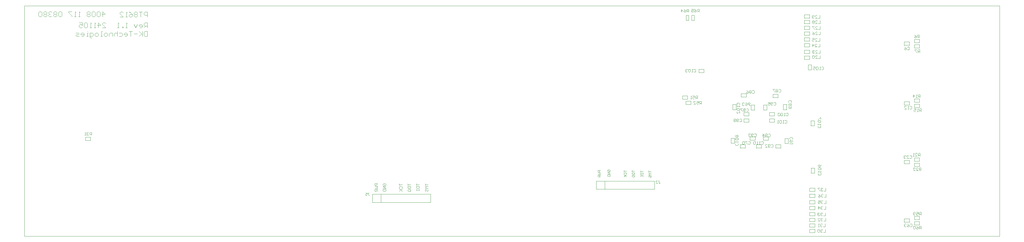
<source format=gbo>
*%FSLAX23Y23*%
*%MOIN*%
G01*
D11*
X4162Y5727D02*
X15879D01*
Y8502D02*
X4162D01*
Y5727D01*
X15879D02*
Y8502D01*
D13*
X8406Y6361D02*
X8371D01*
Y6343D01*
X8377Y6338D01*
X8389D01*
X8395Y6343D01*
Y6361D01*
X8406Y6326D02*
X8371D01*
X8395Y6314D02*
X8406Y6326D01*
X8395Y6314D02*
X8406Y6303D01*
X8371D01*
Y6291D02*
X8406D01*
X8371D02*
Y6273D01*
X8377Y6268D01*
X8389D01*
X8395Y6273D01*
Y6291D01*
Y6279D02*
X8406Y6268D01*
X8476Y6338D02*
X8470Y6343D01*
Y6355D01*
X8476Y6361D01*
X8499D01*
X8505Y6355D01*
Y6343D01*
X8499Y6338D01*
X8487D01*
Y6349D01*
X8505Y6326D02*
X8470D01*
X8505Y6303D01*
X8470D01*
Y6291D02*
X8505D01*
Y6273D01*
X8499Y6268D01*
X8476D01*
X8470Y6273D01*
Y6291D01*
X8667Y6338D02*
Y6361D01*
Y6349D02*
Y6338D01*
Y6349D02*
X8702D01*
X8667Y6308D02*
X8673Y6303D01*
X8667Y6308D02*
Y6320D01*
X8673Y6326D01*
X8696D01*
X8702Y6320D01*
Y6308D01*
X8696Y6303D01*
X8702Y6291D02*
X8667D01*
X8690D02*
X8702D01*
X8690D02*
X8667Y6268D01*
X8684Y6285D01*
X8702Y6268D01*
X8769Y6338D02*
Y6361D01*
Y6349D02*
Y6338D01*
Y6349D02*
X8804D01*
Y6326D02*
X8769D01*
X8804D02*
Y6308D01*
X8798Y6303D01*
X8775D01*
X8769Y6308D01*
Y6326D01*
Y6285D02*
Y6273D01*
Y6285D02*
X8775Y6291D01*
X8798D01*
X8804Y6285D01*
Y6273D01*
X8798Y6268D01*
X8775D01*
X8769Y6273D01*
X8978Y6338D02*
Y6361D01*
Y6349D02*
Y6338D01*
Y6349D02*
X9013D01*
Y6326D02*
X8978D01*
X8989Y6314D01*
X8978Y6303D01*
X9013D01*
X8984Y6268D02*
X8978Y6273D01*
Y6285D01*
X8984Y6291D01*
X8989D01*
X8995Y6285D01*
Y6273D01*
X9001Y6268D01*
X9007D01*
X9013Y6273D01*
Y6285D01*
X9007Y6291D01*
X8871Y6338D02*
Y6361D01*
Y6349D02*
Y6338D01*
Y6349D02*
X8906D01*
Y6326D02*
X8871D01*
X8906D02*
Y6308D01*
X8901Y6303D01*
X8877D01*
X8871Y6308D01*
Y6326D01*
Y6291D02*
Y6279D01*
Y6285D01*
X8906D01*
Y6291D01*
Y6279D01*
X14771Y8000D02*
X14777Y8006D01*
X14788D01*
X14794Y8000D01*
Y7977D01*
X14788Y7971D01*
X14777D01*
X14771Y7977D01*
X14747Y8000D02*
X14736Y8006D01*
X14747Y8000D02*
X14759Y7988D01*
Y7977D01*
X14753Y7971D01*
X14742D01*
X14736Y7977D01*
Y7983D01*
X14742Y7988D01*
X14759D01*
X14918Y7973D02*
Y7938D01*
Y7973D02*
X14901D01*
X14895Y7967D01*
Y7955D01*
X14901Y7950D01*
X14918D01*
X14906D02*
X14895Y7938D01*
X14883Y7973D02*
X14860D01*
Y7967D01*
X14883Y7944D01*
Y7938D01*
X14914Y8116D02*
Y8151D01*
X14897D01*
X14891Y8145D01*
Y8133D01*
X14897Y8128D01*
X14914D01*
X14902D02*
X14891Y8116D01*
X14867Y8145D02*
X14856Y8151D01*
X14867Y8145D02*
X14879Y8133D01*
Y8122D01*
X14873Y8116D01*
X14862D01*
X14856Y8122D01*
Y8128D01*
X14862Y8133D01*
X14879D01*
X14924Y7432D02*
Y7397D01*
Y7432D02*
X14907D01*
X14901Y7426D01*
Y7414D01*
X14907Y7409D01*
X14924D01*
X14912D02*
X14901Y7397D01*
X14889D02*
X14877D01*
X14883D01*
Y7432D01*
X14884D01*
X14883D02*
X14889Y7426D01*
X14842Y7432D02*
Y7397D01*
X14860Y7414D02*
X14842Y7432D01*
X14837Y7414D02*
X14860D01*
X14937Y7263D02*
Y7228D01*
Y7263D02*
X14920D01*
X14914Y7257D01*
Y7245D01*
X14920Y7240D01*
X14937D01*
X14925D02*
X14914Y7228D01*
X14902D02*
X14890D01*
X14896D01*
Y7263D01*
X14897D01*
X14896D02*
X14902Y7257D01*
X14873Y7263D02*
X14850D01*
X14873D02*
Y7245D01*
X14861Y7251D01*
X14855D01*
X14850Y7245D01*
Y7234D01*
X14855Y7228D01*
X14867D01*
X14873Y7234D01*
X14805Y7293D02*
X14799Y7287D01*
X14805Y7293D02*
X14816D01*
X14822Y7287D01*
Y7264D01*
X14816Y7258D01*
X14805D01*
X14799Y7264D01*
X14787Y7258D02*
X14775D01*
X14781D01*
Y7293D01*
X14782D01*
X14781D02*
X14787Y7287D01*
X14758Y7258D02*
X14735D01*
X14758D02*
X14735Y7281D01*
Y7287D01*
X14740Y7293D01*
X14752D01*
X14758Y7287D01*
X14809Y5876D02*
X14803Y5870D01*
X14809Y5876D02*
X14820D01*
X14826Y5870D01*
Y5847D01*
X14820Y5841D01*
X14809D01*
X14803Y5847D01*
X14779Y5870D02*
X14768Y5876D01*
X14779Y5870D02*
X14791Y5858D01*
Y5847D01*
X14785Y5841D01*
X14774D01*
X14768Y5847D01*
Y5853D01*
X14774Y5858D01*
X14791D01*
X14756Y5870D02*
X14750Y5876D01*
X14739D01*
X14733Y5870D01*
Y5864D01*
X14734D01*
X14733D02*
X14734D01*
X14733D02*
X14734D01*
X14733D02*
X14739Y5858D01*
X14744D01*
X14739D01*
X14733Y5853D01*
Y5847D01*
X14739Y5841D01*
X14750D01*
X14756Y5847D01*
X14936Y5849D02*
Y5814D01*
Y5849D02*
X14919D01*
X14913Y5843D01*
Y5831D01*
X14919Y5826D01*
X14936D01*
X14924D02*
X14913Y5814D01*
X14889Y5843D02*
X14878Y5849D01*
X14889Y5843D02*
X14901Y5831D01*
Y5820D01*
X14895Y5814D01*
X14884D01*
X14878Y5820D01*
Y5826D01*
X14884Y5831D01*
X14901D01*
X14866Y5843D02*
X14860Y5849D01*
X14849D01*
X14843Y5843D01*
Y5820D01*
X14849Y5814D01*
X14860D01*
X14866Y5820D01*
Y5843D01*
X14936Y5982D02*
Y6017D01*
X14919D01*
X14913Y6011D01*
Y5999D01*
X14919Y5994D01*
X14936D01*
X14924D02*
X14913Y5982D01*
X14901Y6017D02*
X14878D01*
X14901D02*
Y5999D01*
X14889Y6005D01*
X14884D01*
X14878Y5999D01*
Y5988D01*
X14884Y5982D01*
X14895D01*
X14901Y5988D01*
X14866D02*
X14860Y5982D01*
X14849D01*
X14843Y5988D01*
Y6011D01*
X14849Y6017D01*
X14860D01*
X14866Y6011D01*
Y6005D01*
X14860Y5999D01*
X14843D01*
X14798Y6693D02*
X14804Y6699D01*
X14815D01*
X14821Y6693D01*
Y6670D01*
X14815Y6664D01*
X14804D01*
X14798Y6670D01*
X14786Y6664D02*
X14763D01*
X14786D02*
X14763Y6687D01*
Y6693D01*
X14769Y6699D01*
X14780D01*
X14786Y6693D01*
X14751D02*
X14745Y6699D01*
X14734D01*
X14728Y6693D01*
Y6687D01*
X14729D01*
X14728D02*
X14729D01*
X14728D02*
X14729D01*
X14728D02*
X14734Y6681D01*
X14739D01*
X14734D01*
X14728Y6676D01*
Y6670D01*
X14734Y6664D01*
X14745D01*
X14751Y6670D01*
X14934Y6551D02*
Y6516D01*
Y6551D02*
X14917D01*
X14911Y6545D01*
Y6533D01*
X14917Y6528D01*
X14934D01*
X14922D02*
X14911Y6516D01*
X14899D02*
X14876D01*
X14899D02*
X14876Y6539D01*
Y6545D01*
X14882Y6551D01*
X14893D01*
X14899Y6545D01*
X14864Y6516D02*
X14841D01*
X14864D02*
X14841Y6539D01*
Y6545D01*
X14847Y6551D01*
X14858D01*
X14864Y6545D01*
X14922Y6692D02*
Y6727D01*
X14905D01*
X14899Y6721D01*
Y6709D01*
X14905Y6704D01*
X14922D01*
X14910D02*
X14899Y6692D01*
X14887D02*
X14864D01*
X14887D02*
X14864Y6715D01*
Y6721D01*
X14870Y6727D01*
X14881D01*
X14887Y6721D01*
X14852Y6692D02*
X14840D01*
X14846D01*
Y6727D01*
X14847D01*
X14846D02*
X14852Y6721D01*
X13720Y8351D02*
Y8386D01*
Y8351D02*
X13697D01*
X13685D02*
X13662D01*
X13685D02*
X13662Y8374D01*
Y8380D01*
X13668Y8386D01*
X13679D01*
X13685Y8380D01*
X13650Y8357D02*
X13644Y8351D01*
X13633D01*
X13627Y8357D01*
Y8380D01*
X13633Y8386D01*
X13644D01*
X13650Y8380D01*
Y8374D01*
X13644Y8368D01*
X13627D01*
X13722Y8324D02*
Y8289D01*
X13699D01*
X13687D02*
X13664D01*
X13687D02*
X13664Y8312D01*
Y8318D01*
X13670Y8324D01*
X13681D01*
X13687Y8318D01*
X13652D02*
X13646Y8324D01*
X13635D01*
X13629Y8318D01*
Y8312D01*
X13635Y8306D01*
X13629Y8301D01*
Y8295D01*
X13635Y8289D01*
X13646D01*
X13652Y8295D01*
Y8301D01*
X13646Y8306D01*
X13652Y8312D01*
Y8318D01*
X13646Y8306D02*
X13635D01*
X13723Y8253D02*
Y8218D01*
X13700D01*
X13688D02*
X13665D01*
X13688D02*
X13665Y8241D01*
Y8247D01*
X13671Y8253D01*
X13682D01*
X13688Y8247D01*
X13653Y8253D02*
X13630D01*
Y8247D01*
X13653Y8224D01*
Y8218D01*
X13724Y8188D02*
Y8153D01*
X13701D01*
X13689D02*
X13666D01*
X13689D02*
X13666Y8176D01*
Y8182D01*
X13672Y8188D01*
X13683D01*
X13689Y8182D01*
X13642D02*
X13631Y8188D01*
X13642Y8182D02*
X13654Y8170D01*
Y8159D01*
X13648Y8153D01*
X13637D01*
X13631Y8159D01*
Y8165D01*
X13637Y8170D01*
X13654D01*
X13718Y8041D02*
Y8006D01*
X13695D01*
X13683D02*
X13660D01*
X13683D02*
X13660Y8029D01*
Y8035D01*
X13666Y8041D01*
X13677D01*
X13683Y8035D01*
X13631Y8041D02*
Y8006D01*
X13648Y8023D02*
X13631Y8041D01*
X13625Y8023D02*
X13648D01*
X13720Y8075D02*
Y8110D01*
Y8075D02*
X13697D01*
X13685D02*
X13662D01*
X13685D02*
X13662Y8098D01*
Y8104D01*
X13668Y8110D01*
X13679D01*
X13685Y8104D01*
X13650Y8110D02*
X13627D01*
X13650D02*
Y8092D01*
X13638Y8098D01*
X13633D01*
X13627Y8092D01*
Y8081D01*
X13633Y8075D01*
X13644D01*
X13650Y8081D01*
X13724Y7965D02*
Y7930D01*
X13701D01*
X13689D02*
X13666D01*
X13689D02*
X13666Y7953D01*
Y7959D01*
X13672Y7965D01*
X13683D01*
X13689Y7959D01*
X13654D02*
X13648Y7965D01*
X13637D01*
X13631Y7959D01*
Y7953D01*
X13632D01*
X13631D02*
X13632D01*
X13631D02*
X13632D01*
X13631D02*
X13637Y7947D01*
X13642D01*
X13637D01*
X13631Y7942D01*
Y7936D01*
X13637Y7930D01*
X13648D01*
X13654Y7936D01*
X13723Y7902D02*
Y7867D01*
X13700D01*
X13688D02*
X13665D01*
X13688D02*
X13665Y7890D01*
Y7896D01*
X13671Y7902D01*
X13682D01*
X13688Y7896D01*
X13653D02*
X13647Y7902D01*
X13636D01*
X13630Y7896D01*
Y7873D01*
X13636Y7867D01*
X13647D01*
X13653Y7873D01*
Y7896D01*
X13105Y6960D02*
X13099Y6954D01*
X13105Y6960D02*
X13116D01*
X13122Y6954D01*
Y6931D01*
X13116Y6925D01*
X13105D01*
X13099Y6931D01*
X13087D02*
X13081Y6925D01*
X13070D01*
X13064Y6931D01*
Y6954D01*
X13070Y6960D01*
X13081D01*
X13087Y6954D01*
Y6948D01*
X13081Y6942D01*
X13064D01*
X13035Y6925D02*
Y6960D01*
X13052Y6942D01*
X13029D01*
X13165Y7333D02*
X13171Y7339D01*
X13182D01*
X13188Y7333D01*
Y7310D01*
X13182Y7304D01*
X13171D01*
X13165Y7310D01*
X13153D02*
X13147Y7304D01*
X13136D01*
X13130Y7310D01*
Y7333D01*
X13136Y7339D01*
X13147D01*
X13153Y7333D01*
Y7327D01*
X13147Y7321D01*
X13130D01*
X13118Y7339D02*
X13095D01*
X13118D02*
Y7321D01*
X13106Y7327D01*
X13101D01*
X13095Y7321D01*
Y7310D01*
X13101Y7304D01*
X13112D01*
X13118Y7310D01*
X13314Y7205D02*
X13320Y7211D01*
X13331D01*
X13337Y7205D01*
Y7182D01*
X13331Y7176D01*
X13320D01*
X13314Y7182D01*
X13302Y7176D02*
X13290D01*
X13296D01*
Y7211D01*
X13297D01*
X13296D02*
X13302Y7205D01*
X13273D02*
X13267Y7211D01*
X13255D01*
X13250Y7205D01*
Y7182D01*
X13255Y7176D01*
X13267D01*
X13273Y7182D01*
Y7205D01*
X13238D02*
X13232Y7211D01*
X13220D01*
X13215Y7205D01*
Y7182D01*
X13220Y7176D01*
X13232D01*
X13238Y7182D01*
Y7205D01*
X13304Y7124D02*
X13298Y7118D01*
X13304Y7124D02*
X13315D01*
X13321Y7118D01*
Y7095D01*
X13315Y7089D01*
X13304D01*
X13298Y7095D01*
X13286Y7089D02*
X13274D01*
X13280D01*
Y7124D01*
X13281D01*
X13280D02*
X13286Y7118D01*
X13257D02*
X13251Y7124D01*
X13239D01*
X13234Y7118D01*
Y7095D01*
X13239Y7089D01*
X13251D01*
X13257Y7095D01*
Y7118D01*
X13222Y7089D02*
X13210D01*
X13216D01*
Y7124D01*
X13217D01*
X13216D02*
X13222Y7118D01*
X13725Y7057D02*
X13730Y7052D01*
Y7040D01*
X13725Y7034D01*
X13701D01*
X13695Y7040D01*
Y7052D01*
X13701Y7057D01*
X13695Y7069D02*
Y7081D01*
Y7075D01*
X13730D01*
X13731D01*
X13730D02*
X13725Y7069D01*
Y7098D02*
X13730Y7104D01*
Y7116D01*
X13725Y7122D01*
X13701D01*
X13695Y7116D01*
Y7104D01*
X13701Y7098D01*
X13725D01*
X13730Y7133D02*
Y7157D01*
X13725D01*
X13701Y7133D01*
X13695D01*
X13739Y7760D02*
X13745Y7766D01*
X13756D01*
X13762Y7760D01*
Y7737D01*
X13756Y7731D01*
X13745D01*
X13739Y7737D01*
X13727Y7731D02*
X13715D01*
X13721D01*
Y7766D01*
X13722D01*
X13721D02*
X13727Y7760D01*
X13698D02*
X13692Y7766D01*
X13680D01*
X13675Y7760D01*
Y7737D01*
X13680Y7731D01*
X13692D01*
X13698Y7737D01*
Y7760D01*
X13663Y7766D02*
X13640D01*
X13663D02*
Y7748D01*
X13651Y7754D01*
X13645D01*
X13640Y7748D01*
Y7737D01*
X13645Y7731D01*
X13657D01*
X13663Y7737D01*
X13356Y6901D02*
X13362Y6895D01*
X13356Y6901D02*
Y6912D01*
X13362Y6918D01*
X13385D01*
X13391Y6912D01*
Y6901D01*
X13385Y6895D01*
Y6883D02*
X13391Y6877D01*
Y6866D01*
X13385Y6860D01*
X13362D01*
X13356Y6866D01*
Y6877D01*
X13362Y6883D01*
X13368D01*
X13374Y6877D01*
Y6860D01*
X13391Y6848D02*
Y6836D01*
Y6842D01*
X13356D01*
X13357D01*
X13356D02*
X13362Y6848D01*
X13225Y7491D02*
X13231Y7497D01*
X13242D01*
X13248Y7491D01*
Y7468D01*
X13242Y7462D01*
X13231D01*
X13225Y7468D01*
X13213Y7491D02*
X13207Y7497D01*
X13196D01*
X13190Y7491D01*
Y7485D01*
X13196Y7479D01*
X13190Y7474D01*
Y7468D01*
X13196Y7462D01*
X13207D01*
X13213Y7468D01*
Y7474D01*
X13207Y7479D01*
X13213Y7485D01*
Y7491D01*
X13207Y7479D02*
X13196D01*
X13178Y7497D02*
X13155D01*
Y7491D01*
X13178Y7468D01*
Y7462D01*
X13342Y7343D02*
X13348Y7337D01*
X13342Y7343D02*
Y7354D01*
X13348Y7360D01*
X13371D01*
X13377Y7354D01*
Y7343D01*
X13371Y7337D01*
X13348Y7325D02*
X13342Y7319D01*
Y7308D01*
X13348Y7302D01*
X13354D01*
X13360Y7308D01*
X13365Y7302D01*
X13371D01*
X13377Y7308D01*
Y7319D01*
X13371Y7325D01*
X13365D01*
X13360Y7319D01*
X13354Y7325D01*
X13348D01*
X13360Y7319D02*
Y7308D01*
X13371Y7290D02*
X13377Y7284D01*
Y7273D01*
X13371Y7267D01*
X13348D01*
X13342Y7273D01*
Y7284D01*
X13348Y7290D01*
X13354D01*
X13360Y7284D01*
Y7267D01*
X13786Y5809D02*
Y5774D01*
X13763D01*
X13751Y5803D02*
X13745Y5809D01*
X13734D01*
X13728Y5803D01*
Y5797D01*
X13729D01*
X13728D02*
X13729D01*
X13728D02*
X13729D01*
X13728D02*
X13734Y5791D01*
X13739D01*
X13734D01*
X13728Y5786D01*
Y5780D01*
X13734Y5774D01*
X13745D01*
X13751Y5780D01*
X13716Y5803D02*
X13710Y5809D01*
X13699D01*
X13693Y5803D01*
Y5780D01*
X13699Y5774D01*
X13710D01*
X13716Y5780D01*
Y5803D01*
X13783Y5842D02*
Y5877D01*
Y5842D02*
X13760D01*
X13748Y5871D02*
X13742Y5877D01*
X13731D01*
X13725Y5871D01*
Y5865D01*
X13726D01*
X13725D02*
X13726D01*
X13725D02*
X13726D01*
X13725D02*
X13731Y5859D01*
X13736D01*
X13731D01*
X13725Y5854D01*
Y5848D01*
X13731Y5842D01*
X13742D01*
X13748Y5848D01*
X13713Y5842D02*
X13701D01*
X13707D01*
Y5877D01*
X13708D01*
X13707D02*
X13713Y5871D01*
X13788Y5910D02*
Y5945D01*
Y5910D02*
X13765D01*
X13753Y5939D02*
X13747Y5945D01*
X13736D01*
X13730Y5939D01*
Y5933D01*
X13731D01*
X13730D02*
X13731D01*
X13730D02*
X13731D01*
X13730D02*
X13736Y5927D01*
X13741D01*
X13736D01*
X13730Y5922D01*
Y5916D01*
X13736Y5910D01*
X13747D01*
X13753Y5916D01*
X13718Y5910D02*
X13695D01*
X13718D02*
X13695Y5933D01*
Y5939D01*
X13701Y5945D01*
X13712D01*
X13718Y5939D01*
X13787Y5974D02*
Y6009D01*
Y5974D02*
X13764D01*
X13752Y6003D02*
X13746Y6009D01*
X13735D01*
X13729Y6003D01*
Y5997D01*
X13730D01*
X13729D02*
X13730D01*
X13729D02*
X13730D01*
X13729D02*
X13735Y5991D01*
X13740D01*
X13735D01*
X13729Y5986D01*
Y5980D01*
X13735Y5974D01*
X13746D01*
X13752Y5980D01*
X13717Y6003D02*
X13711Y6009D01*
X13700D01*
X13694Y6003D01*
Y5997D01*
X13695D01*
X13694D02*
X13695D01*
X13694D02*
X13695D01*
X13694D02*
X13700Y5991D01*
X13705D01*
X13700D01*
X13694Y5986D01*
Y5980D01*
X13700Y5974D01*
X13711D01*
X13717Y5980D01*
X13788Y6051D02*
Y6086D01*
Y6051D02*
X13765D01*
X13753Y6080D02*
X13747Y6086D01*
X13736D01*
X13730Y6080D01*
Y6074D01*
X13731D01*
X13730D02*
X13731D01*
X13730D02*
X13731D01*
X13730D02*
X13736Y6068D01*
X13741D01*
X13736D01*
X13730Y6063D01*
Y6057D01*
X13736Y6051D01*
X13747D01*
X13753Y6057D01*
X13701Y6051D02*
Y6086D01*
X13718Y6068D01*
X13695D01*
X13791Y6121D02*
Y6156D01*
Y6121D02*
X13768D01*
X13756Y6150D02*
X13750Y6156D01*
X13739D01*
X13733Y6150D01*
Y6144D01*
X13734D01*
X13733D02*
X13734D01*
X13733D02*
X13734D01*
X13733D02*
X13739Y6138D01*
X13744D01*
X13739D01*
X13733Y6133D01*
Y6127D01*
X13739Y6121D01*
X13750D01*
X13756Y6127D01*
X13721Y6156D02*
X13698D01*
X13721D02*
Y6138D01*
X13709Y6144D01*
X13704D01*
X13698Y6138D01*
Y6127D01*
X13704Y6121D01*
X13715D01*
X13721Y6127D01*
X13794Y6198D02*
Y6233D01*
Y6198D02*
X13771D01*
X13759Y6227D02*
X13753Y6233D01*
X13742D01*
X13736Y6227D01*
Y6221D01*
X13737D01*
X13736D02*
X13737D01*
X13736D02*
X13737D01*
X13736D02*
X13742Y6215D01*
X13747D01*
X13742D01*
X13736Y6210D01*
Y6204D01*
X13742Y6198D01*
X13753D01*
X13759Y6204D01*
X13712Y6227D02*
X13701Y6233D01*
X13712Y6227D02*
X13724Y6215D01*
Y6204D01*
X13718Y6198D01*
X13707D01*
X13701Y6204D01*
Y6210D01*
X13707Y6215D01*
X13724D01*
X13789Y6271D02*
Y6306D01*
Y6271D02*
X13766D01*
X13754Y6300D02*
X13748Y6306D01*
X13737D01*
X13731Y6300D01*
Y6294D01*
X13732D01*
X13731D02*
X13732D01*
X13731D02*
X13732D01*
X13731D02*
X13737Y6288D01*
X13742D01*
X13737D01*
X13731Y6283D01*
Y6277D01*
X13737Y6271D01*
X13748D01*
X13754Y6277D01*
X13719Y6306D02*
X13696D01*
Y6300D01*
X13719Y6277D01*
Y6271D01*
X13734Y6481D02*
X13729Y6487D01*
X13734Y6481D02*
Y6469D01*
X13729Y6463D01*
X13705D01*
X13699Y6469D01*
Y6481D01*
X13705Y6487D01*
X13699Y6498D02*
Y6510D01*
Y6504D01*
X13734D01*
X13735D01*
X13734D02*
X13729Y6498D01*
Y6527D02*
X13734Y6533D01*
Y6545D01*
X13729Y6551D01*
X13705D01*
X13699Y6545D01*
Y6533D01*
X13705Y6527D01*
X13729D01*
Y6574D02*
X13734Y6586D01*
X13729Y6574D02*
X13717Y6562D01*
X13705D01*
X13699Y6568D01*
Y6580D01*
X13705Y6586D01*
X13711D01*
X13717Y6580D01*
Y6562D01*
X13139Y6833D02*
X13133Y6827D01*
X13139Y6833D02*
X13150D01*
X13156Y6827D01*
Y6804D01*
X13150Y6798D01*
X13139D01*
X13133Y6804D01*
X13121D02*
X13115Y6798D01*
X13104D01*
X13098Y6804D01*
Y6827D01*
X13104Y6833D01*
X13115D01*
X13121Y6827D01*
Y6821D01*
X13115Y6815D01*
X13098D01*
X13086Y6798D02*
X13063D01*
X13086D02*
X13063Y6821D01*
Y6827D01*
X13069Y6833D01*
X13080D01*
X13086Y6827D01*
X12268Y8426D02*
Y8461D01*
X12251D01*
X12245Y8455D01*
Y8443D01*
X12251Y8438D01*
X12268D01*
X12256D02*
X12245Y8426D01*
X12221Y8455D02*
X12210Y8461D01*
X12221Y8455D02*
X12233Y8443D01*
Y8432D01*
X12227Y8426D01*
X12216D01*
X12210Y8432D01*
Y8438D01*
X12216Y8443D01*
X12233D01*
X12198Y8461D02*
X12175D01*
X12198D02*
Y8443D01*
X12186Y8449D01*
X12181D01*
X12175Y8443D01*
Y8432D01*
X12181Y8426D01*
X12192D01*
X12198Y8432D01*
X12143Y8424D02*
Y8459D01*
X12126D01*
X12120Y8453D01*
Y8441D01*
X12126Y8436D01*
X12143D01*
X12131D02*
X12120Y8424D01*
X12096Y8453D02*
X12085Y8459D01*
X12096Y8453D02*
X12108Y8441D01*
Y8430D01*
X12102Y8424D01*
X12091D01*
X12085Y8430D01*
Y8436D01*
X12091Y8441D01*
X12108D01*
X12056Y8424D02*
Y8459D01*
X12073Y8441D01*
X12050D01*
X12297Y7352D02*
Y7317D01*
Y7352D02*
X12280D01*
X12274Y7346D01*
Y7334D01*
X12280Y7329D01*
X12297D01*
X12285D02*
X12274Y7317D01*
X12262Y7352D02*
X12239D01*
X12262D02*
Y7334D01*
X12250Y7340D01*
X12245D01*
X12239Y7334D01*
Y7323D01*
X12245Y7317D01*
X12256D01*
X12262Y7323D01*
X12227Y7317D02*
X12204D01*
X12227D02*
X12204Y7340D01*
Y7346D01*
X12210Y7352D01*
X12221D01*
X12227Y7346D01*
X12248Y7381D02*
Y7416D01*
X12231D01*
X12225Y7410D01*
Y7398D01*
X12231Y7393D01*
X12248D01*
X12236D02*
X12225Y7381D01*
X12213Y7416D02*
X12190D01*
X12213D02*
Y7398D01*
X12201Y7404D01*
X12196D01*
X12190Y7398D01*
Y7387D01*
X12196Y7381D01*
X12207D01*
X12213Y7387D01*
X12178Y7381D02*
X12166D01*
X12172D01*
Y7416D01*
X12173D01*
X12172D02*
X12178Y7410D01*
X12908Y7477D02*
X12914Y7483D01*
X12925D01*
X12931Y7477D01*
Y7454D01*
X12925Y7448D01*
X12914D01*
X12908Y7454D01*
X12896Y7477D02*
X12890Y7483D01*
X12879D01*
X12873Y7477D01*
Y7471D01*
X12879Y7465D01*
X12873Y7460D01*
Y7454D01*
X12879Y7448D01*
X12890D01*
X12896Y7454D01*
Y7460D01*
X12890Y7465D01*
X12896Y7471D01*
Y7477D01*
X12890Y7465D02*
X12879D01*
X12849Y7477D02*
X12838Y7483D01*
X12849Y7477D02*
X12861Y7465D01*
Y7454D01*
X12855Y7448D01*
X12844D01*
X12838Y7454D01*
Y7460D01*
X12844Y7465D01*
X12861D01*
X12811Y7306D02*
X12805Y7300D01*
X12794D01*
X12788Y7306D01*
Y7329D01*
X12794Y7335D01*
X12805D01*
X12811Y7329D01*
X12823D02*
X12829Y7335D01*
X12840D01*
X12846Y7329D01*
Y7306D01*
X12840Y7300D01*
X12829D01*
X12823Y7306D01*
Y7312D01*
X12829Y7318D01*
X12846D01*
X12870Y7306D02*
X12881Y7300D01*
X12870Y7306D02*
X12858Y7318D01*
Y7329D01*
X12864Y7335D01*
X12875D01*
X12881Y7329D01*
Y7323D01*
X12875Y7318D01*
X12858D01*
X12842Y7265D02*
X12836Y7259D01*
X12842Y7265D02*
X12853D01*
X12859Y7259D01*
Y7236D01*
X12853Y7230D01*
X12842D01*
X12836Y7236D01*
X12824D02*
X12818Y7230D01*
X12807D01*
X12801Y7236D01*
Y7259D01*
X12807Y7265D01*
X12818D01*
X12824Y7259D01*
Y7253D01*
X12818Y7247D01*
X12801D01*
X12789Y7265D02*
X12766D01*
Y7259D01*
X12789Y7236D01*
Y7230D01*
X12761Y7141D02*
X12755Y7135D01*
X12761Y7141D02*
X12772D01*
X12778Y7135D01*
Y7112D01*
X12772Y7106D01*
X12761D01*
X12755Y7112D01*
X12743D02*
X12737Y7106D01*
X12726D01*
X12720Y7112D01*
Y7135D01*
X12726Y7141D01*
X12737D01*
X12743Y7135D01*
Y7129D01*
X12737Y7123D01*
X12720D01*
X12708Y7112D02*
X12702Y7106D01*
X12691D01*
X12685Y7112D01*
Y7135D01*
X12691Y7141D01*
X12702D01*
X12708Y7135D01*
Y7129D01*
X12702Y7123D01*
X12685D01*
X12727Y7308D02*
X12721Y7314D01*
Y7325D01*
X12727Y7331D01*
X12750D01*
X12756Y7325D01*
Y7314D01*
X12750Y7308D01*
X12756Y7296D02*
Y7284D01*
Y7290D01*
X12721D01*
X12722D01*
X12721D02*
X12727Y7296D01*
Y7267D02*
X12721Y7261D01*
Y7249D01*
X12727Y7244D01*
X12750D01*
X12756Y7249D01*
Y7261D01*
X12750Y7267D01*
X12727D01*
X12756Y7232D02*
Y7209D01*
Y7232D02*
X12733Y7209D01*
X12727D01*
X12721Y7214D01*
Y7226D01*
X12727Y7232D01*
X12938Y6962D02*
X12932Y6956D01*
X12938Y6962D02*
X12949D01*
X12955Y6956D01*
Y6933D01*
X12949Y6927D01*
X12938D01*
X12932Y6933D01*
X12920D02*
X12914Y6927D01*
X12903D01*
X12897Y6933D01*
Y6956D01*
X12903Y6962D01*
X12914D01*
X12920Y6956D01*
Y6950D01*
X12914Y6944D01*
X12897D01*
X12885Y6956D02*
X12879Y6962D01*
X12868D01*
X12862Y6956D01*
Y6950D01*
X12863D01*
X12862D02*
X12863D01*
X12862D02*
X12863D01*
X12862D02*
X12868Y6944D01*
X12873D01*
X12868D01*
X12862Y6939D01*
Y6933D01*
X12868Y6927D01*
X12879D01*
X12885Y6933D01*
X12204Y7733D02*
X12210Y7739D01*
X12221D01*
X12227Y7733D01*
Y7710D01*
X12221Y7704D01*
X12210D01*
X12204Y7710D01*
X12192Y7704D02*
X12180D01*
X12186D01*
Y7739D01*
X12187D01*
X12186D02*
X12192Y7733D01*
X12163D02*
X12157Y7739D01*
X12145D01*
X12140Y7733D01*
Y7710D01*
X12145Y7704D01*
X12157D01*
X12163Y7710D01*
Y7733D01*
X12128D02*
X12122Y7739D01*
X12110D01*
X12105Y7733D01*
Y7727D01*
X12106D01*
X12105D02*
X12106D01*
X12105D02*
X12106D01*
X12105D02*
X12110Y7721D01*
X12116D01*
X12110D01*
X12105Y7716D01*
Y7710D01*
X12110Y7704D01*
X12122D01*
X12128Y7710D01*
X12733Y6845D02*
X12739Y6839D01*
Y6828D01*
X12733Y6822D01*
X12710D01*
X12704Y6828D01*
Y6839D01*
X12710Y6845D01*
X12704Y6857D02*
Y6869D01*
Y6863D01*
X12739D01*
X12740D01*
X12739D02*
X12733Y6857D01*
Y6886D02*
X12739Y6892D01*
Y6904D01*
X12733Y6909D01*
X12710D01*
X12704Y6904D01*
Y6892D01*
X12710Y6886D01*
X12733D01*
Y6921D02*
X12739Y6927D01*
Y6939D01*
X12733Y6944D01*
X12727D01*
X12721Y6939D01*
X12716Y6944D01*
X12710D01*
X12704Y6939D01*
Y6927D01*
X12710Y6921D01*
X12716D01*
X12721Y6927D01*
X12727Y6921D01*
X12733D01*
X12721Y6927D02*
Y6939D01*
X12858Y6863D02*
X12864Y6869D01*
X12875D01*
X12881Y6863D01*
Y6840D01*
X12875Y6834D01*
X12864D01*
X12858Y6840D01*
X12846Y6869D02*
X12823D01*
Y6863D01*
X12846Y6840D01*
Y6834D01*
X12811Y6863D02*
X12805Y6869D01*
X12794D01*
X12788Y6863D01*
Y6840D01*
X12794Y6834D01*
X12805D01*
X12811Y6840D01*
Y6863D01*
X13015D02*
X13021Y6869D01*
X13032D01*
X13038Y6863D01*
Y6840D01*
X13032Y6834D01*
X13021D01*
X13015Y6840D01*
X13003Y6834D02*
X12991D01*
X12997D01*
Y6869D01*
X12998D01*
X12997D02*
X13003Y6863D01*
X12974Y6834D02*
X12962D01*
X12968D01*
Y6869D01*
X12969D01*
X12968D02*
X12974Y6863D01*
X12945D02*
X12939Y6869D01*
X12927D01*
X12921Y6863D01*
Y6840D01*
X12927Y6834D01*
X12939D01*
X12945Y6840D01*
Y6863D01*
X4968Y6943D02*
Y6978D01*
X4951D01*
X4945Y6972D01*
Y6960D01*
X4951Y6955D01*
X4968D01*
X4956D02*
X4945Y6943D01*
X4933Y6972D02*
X4927Y6978D01*
X4916D01*
X4910Y6972D01*
Y6966D01*
X4911D01*
X4910D02*
X4911D01*
X4910D02*
X4911D01*
X4910D02*
X4916Y6960D01*
X4921D01*
X4916D01*
X4910Y6955D01*
Y6949D01*
X4916Y6943D01*
X4927D01*
X4933Y6949D01*
X4898Y6943D02*
X4886D01*
X4892D01*
Y6978D01*
X4893D01*
X4892D02*
X4898Y6972D01*
D15*
X11032Y6392D02*
Y6294D01*
X11733D02*
Y6392D01*
X11135D02*
Y6294D01*
X9044Y6235D02*
Y6133D01*
X8343D02*
Y6235D01*
X8446Y6231D02*
Y6136D01*
X11032Y6294D02*
X11733D01*
Y6392D02*
X11032D01*
X9044Y6235D02*
X8343D01*
Y6133D02*
X9044D01*
X14734Y8025D02*
Y8065D01*
X14795D02*
Y8025D01*
X14795Y8066D02*
X14734D01*
Y8026D02*
X14795D01*
X14856Y8034D02*
Y7994D01*
X14917D02*
Y8034D01*
X14917Y8034D02*
X14856D01*
Y7994D02*
X14917D01*
X14856Y8057D02*
Y8097D01*
X14917D02*
Y8057D01*
X14917Y8097D02*
X14856D01*
Y8057D02*
X14917D01*
X14917Y7380D02*
Y7340D01*
X14856D02*
Y7380D01*
X14856Y7341D02*
X14917D01*
Y7381D02*
X14856D01*
X14917Y7317D02*
Y7277D01*
X14856D02*
Y7317D01*
X14856Y7278D02*
X14917D01*
Y7318D02*
X14856D01*
X14795Y7309D02*
Y7349D01*
X14734D02*
Y7309D01*
X14734Y7309D02*
X14795D01*
Y7349D02*
X14734D01*
X14734Y5935D02*
Y5895D01*
X14795D02*
Y5935D01*
X14795Y5936D02*
X14734D01*
Y5896D02*
X14795D01*
X14856Y5904D02*
Y5864D01*
X14917D02*
Y5904D01*
X14917Y5904D02*
X14856D01*
Y5864D02*
X14917D01*
X14856Y5927D02*
Y5967D01*
X14917D02*
Y5927D01*
X14917Y5967D02*
X14856D01*
Y5927D02*
X14917D01*
X14795Y6600D02*
Y6640D01*
X14734D02*
Y6600D01*
X14734Y6601D02*
X14795D01*
Y6641D02*
X14734D01*
X14917Y6609D02*
Y6569D01*
X14856D02*
Y6609D01*
X14856Y6569D02*
X14917D01*
Y6609D02*
X14856D01*
X14917Y6632D02*
Y6672D01*
X14856D02*
Y6632D01*
X14856Y6632D02*
X14917D01*
Y6672D02*
X14856D01*
X13534Y8352D02*
Y8392D01*
X13595D02*
Y8352D01*
X13595Y8393D02*
X13534D01*
Y8353D02*
X13595D01*
X13534Y8325D02*
Y8285D01*
X13595D02*
Y8325D01*
X13595Y8326D02*
X13534D01*
Y8286D02*
X13595D01*
X13534Y8258D02*
Y8218D01*
X13595D02*
Y8258D01*
X13595Y8259D02*
X13534D01*
Y8219D02*
X13595D01*
X13534Y8187D02*
Y8147D01*
X13595D02*
Y8187D01*
X13595Y8188D02*
X13534D01*
Y8148D02*
X13595D01*
X13534Y8046D02*
Y8006D01*
X13595D02*
Y8046D01*
X13595Y8046D02*
X13534D01*
Y8006D02*
X13595D01*
X13534Y8077D02*
Y8117D01*
X13595D02*
Y8077D01*
X13595Y8117D02*
X13534D01*
Y8077D02*
X13595D01*
X13534Y7967D02*
Y7927D01*
X13595D02*
Y7967D01*
X13595Y7967D02*
X13534D01*
Y7927D02*
X13595D01*
X13534Y7896D02*
Y7856D01*
X13595D02*
Y7896D01*
X13595Y7897D02*
X13534D01*
Y7857D02*
X13595D01*
X13099Y6924D02*
Y6884D01*
X13038D02*
Y6924D01*
X13038Y6884D02*
X13099D01*
Y6924D02*
X13038D01*
X13084Y7248D02*
Y7309D01*
X13044D02*
Y7248D01*
X13044Y7309D02*
X13084D01*
Y7248D02*
X13044D01*
X13174Y7219D02*
Y7179D01*
X13113D02*
Y7219D01*
X13113Y7179D02*
X13174D01*
Y7219D02*
X13113D01*
X13174Y7140D02*
Y7100D01*
X13113D02*
Y7140D01*
X13113Y7101D02*
X13174D01*
Y7141D02*
X13113D01*
X13611Y7119D02*
Y7058D01*
X13651D02*
Y7119D01*
X13650Y7058D02*
X13610D01*
Y7119D02*
X13650D01*
X13579Y7731D02*
Y7792D01*
X13619D02*
Y7731D01*
X13619Y7731D02*
X13579D01*
Y7792D02*
X13619D01*
X13340Y6904D02*
Y6843D01*
X13300D02*
Y6904D01*
X13300Y6904D02*
X13340D01*
Y6843D02*
X13300D01*
X13217Y7395D02*
Y7435D01*
X13156D02*
Y7395D01*
X13156Y7396D02*
X13217D01*
Y7436D02*
X13156D01*
X13320Y7313D02*
Y7252D01*
X13280D02*
Y7313D01*
X13281Y7313D02*
X13321D01*
Y7252D02*
X13281D01*
X13596Y5810D02*
Y5770D01*
X13658D02*
Y5810D01*
X13658Y5770D02*
X13596D01*
Y5810D02*
X13658D01*
X13596Y5837D02*
Y5877D01*
X13658D02*
Y5837D01*
X13658Y5837D02*
X13596D01*
Y5877D02*
X13658D01*
X13596Y5904D02*
Y5944D01*
X13658D02*
Y5904D01*
X13658Y5904D02*
X13596D01*
Y5944D02*
X13658D01*
X13596Y5975D02*
Y6015D01*
X13658D02*
Y5975D01*
X13658Y5975D02*
X13596D01*
Y6015D02*
X13658D01*
X13596Y6046D02*
Y6086D01*
X13658D02*
Y6046D01*
X13658Y6046D02*
X13596D01*
Y6086D02*
X13658D01*
X13596Y6117D02*
Y6157D01*
X13658D02*
Y6117D01*
X13658Y6116D02*
X13596D01*
Y6156D02*
X13658D01*
X13596Y6196D02*
Y6236D01*
X13658D02*
Y6196D01*
X13658Y6195D02*
X13596D01*
Y6235D02*
X13658D01*
X13596Y6267D02*
Y6307D01*
X13658D02*
Y6267D01*
X13658Y6266D02*
X13596D01*
Y6306D02*
X13658D01*
X13615Y6487D02*
Y6548D01*
X13655D02*
Y6487D01*
X13654Y6487D02*
X13614D01*
Y6548D02*
X13654D01*
X13249Y6789D02*
Y6829D01*
X13188D02*
Y6789D01*
X13188Y6790D02*
X13249D01*
Y6830D02*
X13188D01*
X12178Y8325D02*
Y8388D01*
X12210D02*
Y8325D01*
X12210Y8389D02*
X12178D01*
Y8326D02*
X12210D01*
X12111Y8325D02*
Y8388D01*
X12143D02*
Y8325D01*
X12143Y8389D02*
X12111D01*
Y8326D02*
X12143D01*
X12109Y7353D02*
Y7313D01*
X12170D02*
Y7353D01*
X12170Y7353D02*
X12109D01*
Y7313D02*
X12170D01*
X12069Y7376D02*
Y7416D01*
X12130D02*
Y7376D01*
X12130Y7416D02*
X12069D01*
Y7376D02*
X12130D01*
X12835Y7403D02*
Y7443D01*
X12774D02*
Y7403D01*
X12774Y7404D02*
X12835D01*
Y7444D02*
X12774D01*
X12934Y7309D02*
Y7248D01*
X12894D02*
Y7309D01*
X12895Y7309D02*
X12935D01*
Y7248D02*
X12895D01*
X12867Y7219D02*
Y7179D01*
X12806D02*
Y7219D01*
X12806Y7179D02*
X12867D01*
Y7219D02*
X12806D01*
X12867Y7140D02*
Y7100D01*
X12806D02*
Y7140D01*
X12806Y7101D02*
X12867D01*
Y7141D02*
X12806D01*
X12714Y7252D02*
Y7313D01*
X12674D02*
Y7252D01*
X12674Y7313D02*
X12714D01*
Y7252D02*
X12674D01*
X12941Y6924D02*
Y6884D01*
X12880D02*
Y6924D01*
X12880Y6884D02*
X12941D01*
Y6924D02*
X12880D01*
X12327Y7699D02*
Y7739D01*
X12266D02*
Y7699D01*
X12266Y7699D02*
X12327D01*
Y7739D02*
X12266D01*
X12654Y6907D02*
Y6846D01*
X12694D02*
Y6907D01*
X12694Y6846D02*
X12654D01*
Y6907D02*
X12694D01*
X12823Y6829D02*
Y6789D01*
X12762D02*
Y6829D01*
X12762Y6790D02*
X12823D01*
Y6830D02*
X12762D01*
X13016Y6829D02*
Y6789D01*
X12955D02*
Y6829D01*
X12955Y6790D02*
X13016D01*
Y6830D02*
X12955D01*
X4896Y6880D02*
Y6920D01*
X4957D02*
Y6880D01*
X4957Y6920D02*
X4896D01*
Y6880D02*
X4957D01*
D17*
X5099Y8239D02*
X5139D01*
X5099Y8279D01*
Y8289D01*
X5109Y8299D01*
X5129D01*
X5139Y8289D01*
X5049Y8299D02*
Y8239D01*
X5079Y8269D02*
X5049Y8299D01*
X5039Y8269D02*
X5079D01*
X5019Y8239D02*
X4999D01*
X5009D01*
Y8299D01*
X5010D01*
X5009D02*
X5019Y8289D01*
X4969Y8239D02*
X4949D01*
X4959D01*
Y8299D01*
X4960D01*
X4959D02*
X4969Y8289D01*
X4919D02*
X4909Y8299D01*
X4889D01*
X4879Y8289D01*
Y8249D01*
X4889Y8239D01*
X4909D01*
X4919Y8249D01*
Y8289D01*
X4859Y8299D02*
X4819D01*
X4859D02*
Y8269D01*
X4839Y8279D01*
X4829D01*
X4819Y8269D01*
Y8249D01*
X4829Y8239D01*
X4849D01*
X4859Y8249D01*
X5639Y8238D02*
Y8298D01*
X5609D01*
X5599Y8288D01*
Y8268D01*
X5609Y8258D01*
X5639D01*
X5619D02*
X5599Y8238D01*
X5569D02*
X5549D01*
X5569D02*
X5579Y8248D01*
Y8268D01*
X5569Y8278D01*
X5549D01*
X5539Y8268D01*
Y8258D01*
X5579D01*
X5519Y8278D02*
X5499Y8238D01*
X5479Y8278D01*
X5399Y8238D02*
X5379D01*
X5389D01*
Y8298D01*
X5390D01*
X5389D02*
X5399Y8288D01*
X5349Y8248D02*
Y8238D01*
Y8248D02*
X5339D01*
Y8238D01*
X5349D01*
X5299D02*
X5279D01*
X5289D01*
Y8298D01*
X5290D01*
X5289D02*
X5299Y8288D01*
X5101Y8372D02*
Y8432D01*
X5131Y8402D01*
X5091D01*
X5071Y8422D02*
X5061Y8432D01*
X5041D01*
X5031Y8422D01*
Y8382D01*
X5041Y8372D01*
X5061D01*
X5071Y8382D01*
Y8422D01*
X5011D02*
X5001Y8432D01*
X4981D01*
X4971Y8422D01*
Y8382D01*
X4981Y8372D01*
X5001D01*
X5011Y8382D01*
Y8422D01*
X4951D02*
X4941Y8432D01*
X4921D01*
X4911Y8422D01*
Y8412D01*
X4921Y8402D01*
X4911Y8392D01*
Y8382D01*
X4921Y8372D01*
X4941D01*
X4951Y8382D01*
Y8392D01*
X4941Y8402D01*
X4951Y8412D01*
Y8422D01*
X4941Y8402D02*
X4921D01*
X4831Y8372D02*
X4811D01*
X4821D01*
Y8432D01*
X4822D01*
X4821D02*
X4831Y8422D01*
X4781Y8372D02*
X4761D01*
X4771D01*
Y8432D01*
X4772D01*
X4771D02*
X4781Y8422D01*
X4731Y8432D02*
X4691D01*
Y8422D01*
X4731Y8382D01*
Y8372D01*
X4611Y8422D02*
X4601Y8432D01*
X4581D01*
X4571Y8422D01*
Y8382D01*
X4581Y8372D01*
X4601D01*
X4611Y8382D01*
Y8422D01*
X4551D02*
X4541Y8432D01*
X4521D01*
X4511Y8422D01*
Y8412D01*
X4521Y8402D01*
X4511Y8392D01*
Y8382D01*
X4521Y8372D01*
X4541D01*
X4551Y8382D01*
Y8392D01*
X4541Y8402D01*
X4551Y8412D01*
Y8422D01*
X4541Y8402D02*
X4521D01*
X4491Y8422D02*
X4481Y8432D01*
X4461D01*
X4451Y8422D01*
Y8412D01*
X4452D01*
X4451D02*
X4452D01*
X4451D02*
X4452D01*
X4451D02*
X4461Y8402D01*
X4471D01*
X4461D01*
X4451Y8392D01*
Y8382D01*
X4461Y8372D01*
X4481D01*
X4491Y8382D01*
X4431Y8422D02*
X4421Y8432D01*
X4401D01*
X4391Y8422D01*
Y8412D01*
X4401Y8402D01*
X4391Y8392D01*
Y8382D01*
X4401Y8372D01*
X4421D01*
X4431Y8382D01*
Y8392D01*
X4421Y8402D01*
X4431Y8412D01*
Y8422D01*
X4421Y8402D02*
X4401D01*
X4371Y8422D02*
X4361Y8432D01*
X4341D01*
X4331Y8422D01*
Y8382D01*
X4341Y8372D01*
X4361D01*
X4371Y8382D01*
Y8422D01*
X5639Y8428D02*
Y8368D01*
Y8428D02*
X5609D01*
X5599Y8418D01*
Y8398D01*
X5609Y8388D01*
X5639D01*
X5579Y8428D02*
X5539D01*
X5559D01*
Y8368D01*
X5519Y8418D02*
X5509Y8428D01*
X5489D01*
X5479Y8418D01*
Y8408D01*
X5489Y8398D01*
X5479Y8388D01*
Y8378D01*
X5489Y8368D01*
X5509D01*
X5519Y8378D01*
Y8388D01*
X5509Y8398D01*
X5519Y8408D01*
Y8418D01*
X5509Y8398D02*
X5489D01*
X5439Y8418D02*
X5419Y8428D01*
X5439Y8418D02*
X5459Y8398D01*
Y8378D01*
X5449Y8368D01*
X5429D01*
X5419Y8378D01*
Y8388D01*
X5429Y8398D01*
X5459D01*
X5399Y8368D02*
X5379D01*
X5389D01*
Y8428D01*
X5390D01*
X5389D02*
X5399Y8418D01*
X5349Y8368D02*
X5309D01*
X5349D02*
X5309Y8408D01*
Y8418D01*
X5319Y8428D01*
X5339D01*
X5349Y8418D01*
X5640Y8194D02*
Y8134D01*
X5610D01*
X5600Y8144D01*
Y8184D01*
X5610Y8194D01*
X5640D01*
X5580D02*
Y8134D01*
Y8154D01*
X5540Y8194D01*
X5570Y8164D01*
X5540Y8134D01*
X5520Y8164D02*
X5480D01*
X5460Y8194D02*
X5420D01*
X5440D01*
Y8134D01*
X5390D02*
X5370D01*
X5390D02*
X5400Y8144D01*
Y8164D01*
X5390Y8174D01*
X5370D01*
X5360Y8164D01*
Y8154D01*
X5400D01*
X5330Y8174D02*
X5300D01*
X5330D02*
X5340Y8164D01*
Y8144D01*
X5330Y8134D01*
X5300D01*
X5280D02*
Y8194D01*
Y8164D02*
Y8134D01*
Y8164D02*
X5270Y8174D01*
X5250D01*
X5240Y8164D01*
Y8134D01*
X5220D02*
Y8174D01*
X5190D01*
X5180Y8164D01*
Y8134D01*
X5150D02*
X5130D01*
X5120Y8144D01*
Y8164D01*
X5130Y8174D01*
X5150D01*
X5160Y8164D01*
Y8144D01*
X5150Y8134D01*
X5100D02*
X5080D01*
X5090D01*
Y8194D01*
X5100D01*
X5040Y8134D02*
X5020D01*
X5010Y8144D01*
Y8164D01*
X5020Y8174D01*
X5040D01*
X5050Y8164D01*
Y8144D01*
X5040Y8134D01*
X4970Y8114D02*
X4960D01*
X4950Y8124D01*
Y8174D01*
X4980D01*
X4990Y8164D01*
Y8144D01*
X4980Y8134D01*
X4950D01*
X4930D02*
X4910D01*
X4920D01*
Y8174D01*
X4930D01*
X4920Y8194D02*
X4921D01*
X4870Y8134D02*
X4850D01*
X4870D02*
X4880Y8144D01*
Y8164D01*
X4870Y8174D01*
X4850D01*
X4840Y8164D01*
Y8154D01*
X4880D01*
X4820Y8134D02*
X4790D01*
X4780Y8144D01*
X4790Y8154D01*
X4810D01*
X4820Y8164D01*
X4810Y8174D01*
X4780D01*
X11780Y6395D02*
X11790D01*
X11785D01*
Y6370D01*
X11790Y6365D01*
X11795D01*
X11800Y6370D01*
X11770Y6365D02*
X11750D01*
X11770D02*
X11750Y6385D01*
Y6390D01*
X11755Y6395D01*
X11765D01*
X11770Y6390D01*
X11084Y6522D02*
X11054D01*
Y6507D01*
X11059Y6502D01*
X11069D01*
X11074Y6507D01*
Y6522D01*
X11084Y6492D02*
X11054D01*
X11074Y6482D02*
X11084Y6492D01*
X11074Y6482D02*
X11084Y6472D01*
X11054D01*
Y6462D02*
X11084D01*
X11054D02*
Y6447D01*
X11059Y6442D01*
X11069D01*
X11074Y6447D01*
Y6462D01*
Y6452D02*
X11084Y6442D01*
X11168Y6511D02*
X11173Y6506D01*
X11168Y6511D02*
Y6521D01*
X11173Y6526D01*
X11193D01*
X11198Y6521D01*
Y6511D01*
X11193Y6506D01*
X11183D01*
Y6516D01*
X11168Y6496D02*
X11198D01*
Y6476D02*
X11168Y6496D01*
Y6476D02*
X11198D01*
Y6466D02*
X11168D01*
X11198D02*
Y6451D01*
X11193Y6446D01*
X11173D01*
X11168Y6451D01*
Y6466D01*
X11365Y6502D02*
Y6522D01*
Y6512D02*
Y6502D01*
Y6512D02*
X11395D01*
X11365Y6477D02*
X11370Y6472D01*
X11365Y6477D02*
Y6487D01*
X11370Y6492D01*
X11390D01*
X11395Y6487D01*
Y6477D01*
X11390Y6472D01*
X11395Y6462D02*
X11365D01*
X11385D02*
X11395D01*
X11385D02*
X11365Y6442D01*
X11380Y6457D01*
X11395Y6442D01*
X11463Y6502D02*
Y6522D01*
Y6512D02*
Y6502D01*
Y6512D02*
X11493D01*
Y6492D02*
X11463D01*
X11493D02*
Y6477D01*
X11488Y6472D01*
X11468D01*
X11463Y6477D01*
Y6492D01*
Y6457D02*
Y6447D01*
Y6457D02*
X11468Y6462D01*
X11488D01*
X11493Y6457D01*
Y6447D01*
X11488Y6442D01*
X11468D01*
X11463Y6447D01*
X11664Y6498D02*
Y6518D01*
Y6508D02*
Y6498D01*
Y6508D02*
X11694D01*
Y6488D02*
X11664D01*
X11674Y6478D01*
X11664Y6468D01*
X11694D01*
X11669Y6438D02*
X11664Y6443D01*
Y6453D01*
X11669Y6458D01*
X11674D01*
X11679Y6453D01*
Y6443D01*
X11684Y6438D01*
X11689D01*
X11694Y6443D01*
Y6453D01*
X11689Y6458D01*
X11565Y6498D02*
Y6518D01*
Y6508D02*
Y6498D01*
Y6508D02*
X11595D01*
Y6488D02*
X11565D01*
X11595D02*
Y6473D01*
X11590Y6468D01*
X11570D01*
X11565Y6473D01*
Y6488D01*
Y6458D02*
Y6448D01*
Y6453D01*
X11595D01*
Y6458D01*
Y6448D01*
X8302Y6249D02*
X8292D01*
X8297D02*
X8302D01*
X8297D02*
Y6224D01*
X8302Y6219D01*
X8307D01*
X8312Y6224D01*
X8282Y6249D02*
X8262D01*
X8282D02*
Y6234D01*
X8272Y6239D01*
X8267D01*
X8262Y6234D01*
Y6224D01*
X8267Y6219D01*
X8277D01*
X8282Y6224D01*
D02*
M02*

</source>
